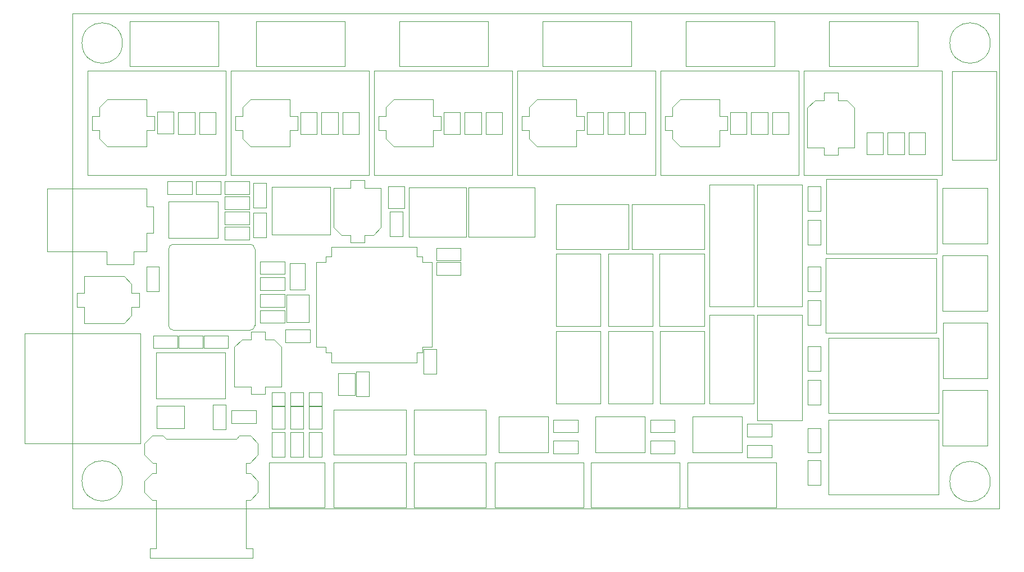
<source format=gbr>
%TF.GenerationSoftware,KiCad,Pcbnew,5.1.7+dfsg1-1~bpo10+1*%
%TF.CreationDate,2020-11-15T21:32:29+00:00*%
%TF.ProjectId,mobo,6d6f626f-2e6b-4696-9361-645f70636258,rev?*%
%TF.SameCoordinates,Original*%
%TF.FileFunction,Other,User*%
%FSLAX45Y45*%
G04 Gerber Fmt 4.5, Leading zero omitted, Abs format (unit mm)*
G04 Created by KiCad (PCBNEW 5.1.7+dfsg1-1~bpo10+1) date 2020-11-15 21:32:29*
%MOMM*%
%LPD*%
G01*
G04 APERTURE LIST*
%TA.AperFunction,Profile*%
%ADD10C,0.050000*%
%TD*%
%ADD11C,0.050000*%
G04 APERTURE END LIST*
D10*
X0Y-7467600D02*
X13970000Y-7467600D01*
X13970000Y-7467600D02*
X13970000Y0D01*
X13970000Y0D02*
X0Y0D01*
X0Y0D02*
X0Y-7467600D01*
D11*
X5415800Y-5029800D02*
X5415800Y-4389800D01*
X5268800Y-5029800D02*
X5415800Y-5029800D01*
X5268800Y-5114800D02*
X5268800Y-5029800D01*
X5183800Y-5114800D02*
X5268800Y-5114800D01*
X5183800Y-5261800D02*
X5183800Y-5114800D01*
X4543800Y-5261800D02*
X5183800Y-5261800D01*
X3671800Y-5029800D02*
X3671800Y-4389800D01*
X3818800Y-5029800D02*
X3671800Y-5029800D01*
X3818800Y-5114800D02*
X3818800Y-5029800D01*
X3903800Y-5114800D02*
X3818800Y-5114800D01*
X3903800Y-5261800D02*
X3903800Y-5114800D01*
X4543800Y-5261800D02*
X3903800Y-5261800D01*
X5415800Y-3749800D02*
X5415800Y-4389800D01*
X5268800Y-3749800D02*
X5415800Y-3749800D01*
X5268800Y-3664800D02*
X5268800Y-3749800D01*
X5183800Y-3664800D02*
X5268800Y-3664800D01*
X5183800Y-3517800D02*
X5183800Y-3664800D01*
X4543800Y-3517800D02*
X5183800Y-3517800D01*
X3671800Y-3749800D02*
X3671800Y-4389800D01*
X3818800Y-3749800D02*
X3671800Y-3749800D01*
X3818800Y-3664800D02*
X3818800Y-3749800D01*
X3903800Y-3664800D02*
X3818800Y-3664800D01*
X3903800Y-3517800D02*
X3903800Y-3664800D01*
X4543800Y-3517800D02*
X3903800Y-3517800D01*
X-384000Y-3586500D02*
X-384000Y-2636500D01*
X516000Y-3586500D02*
X-384000Y-3586500D01*
X516000Y-3786500D02*
X516000Y-3586500D01*
X916000Y-3786500D02*
X516000Y-3786500D01*
X916000Y-3586500D02*
X916000Y-3786500D01*
X1116000Y-3586500D02*
X916000Y-3586500D01*
X1116000Y-3311500D02*
X1116000Y-3586500D01*
X1216000Y-3311500D02*
X1116000Y-3311500D01*
X1216000Y-2911500D02*
X1216000Y-3311500D01*
X1116000Y-2911500D02*
X1216000Y-2911500D01*
X1116000Y-2661500D02*
X1116000Y-2911500D01*
X1116000Y-2636500D02*
X-384000Y-2636500D01*
X1116000Y-2661500D02*
X1116000Y-2636500D01*
X5929100Y-2627200D02*
X5069100Y-2627200D01*
X5929100Y-3367200D02*
X5929100Y-2627200D01*
X5069100Y-3367200D02*
X5929100Y-3367200D01*
X5069100Y-2627200D02*
X5069100Y-3367200D01*
X10319500Y-4422500D02*
X10994500Y-4422500D01*
X10994500Y-4422500D02*
X10994500Y-2582500D01*
X10994500Y-2582500D02*
X10319500Y-2582500D01*
X10319500Y-2582500D02*
X10319500Y-4422500D01*
X9595600Y-4422500D02*
X10270600Y-4422500D01*
X10270600Y-4422500D02*
X10270600Y-2582500D01*
X10270600Y-2582500D02*
X9595600Y-2582500D01*
X9595600Y-2582500D02*
X9595600Y-4422500D01*
X10319500Y-6137000D02*
X10994500Y-6137000D01*
X10994500Y-6137000D02*
X10994500Y-4547000D01*
X10994500Y-4547000D02*
X10319500Y-4547000D01*
X10319500Y-4547000D02*
X10319500Y-6137000D01*
X9595600Y-5883000D02*
X10270600Y-5883000D01*
X10270600Y-5883000D02*
X10270600Y-4543000D01*
X10270600Y-4543000D02*
X9595600Y-4543000D01*
X9595600Y-4543000D02*
X9595600Y-5883000D01*
X2998800Y-5716600D02*
X3198800Y-5716600D01*
X2998800Y-5716600D02*
X2998800Y-5916600D01*
X3198800Y-5916600D02*
X3198800Y-5716600D01*
X3198800Y-5916600D02*
X2998800Y-5916600D01*
X3278200Y-5716600D02*
X3478200Y-5716600D01*
X3278200Y-5716600D02*
X3278200Y-5916600D01*
X3478200Y-5916600D02*
X3478200Y-5716600D01*
X3478200Y-5916600D02*
X3278200Y-5916600D01*
X3557600Y-5716600D02*
X3757600Y-5716600D01*
X3557600Y-5716600D02*
X3557600Y-5916600D01*
X3757600Y-5916600D02*
X3757600Y-5716600D01*
X3757600Y-5916600D02*
X3557600Y-5916600D01*
X4397600Y-3454500D02*
X4397600Y-3339500D01*
X4187600Y-3454500D02*
X4397600Y-3454500D01*
X4187600Y-3339500D02*
X4187600Y-3454500D01*
X4397600Y-3339500D02*
X4532600Y-3339500D01*
X4052600Y-3339500D02*
X4187600Y-3339500D01*
X4052600Y-3339500D02*
X3937600Y-3224500D01*
X4532600Y-3339500D02*
X4647600Y-3224500D01*
X3937600Y-3224500D02*
X3937600Y-2629500D01*
X4647600Y-3224500D02*
X4647600Y-2629500D01*
X4397600Y-2629500D02*
X4647600Y-2629500D01*
X4397600Y-2514500D02*
X4397600Y-2629500D01*
X4187600Y-2514500D02*
X4397600Y-2514500D01*
X4187600Y-2629500D02*
X4187600Y-2514500D01*
X3937600Y-2629500D02*
X4187600Y-2629500D01*
X2689000Y-4800500D02*
X2689000Y-4915500D01*
X2899000Y-4800500D02*
X2689000Y-4800500D01*
X2899000Y-4915500D02*
X2899000Y-4800500D01*
X2689000Y-4915500D02*
X2554000Y-4915500D01*
X3034000Y-4915500D02*
X2899000Y-4915500D01*
X3034000Y-4915500D02*
X3149000Y-5030500D01*
X2554000Y-4915500D02*
X2439000Y-5030500D01*
X3149000Y-5030500D02*
X3149000Y-5625500D01*
X2439000Y-5030500D02*
X2439000Y-5625500D01*
X2689000Y-5625500D02*
X2439000Y-5625500D01*
X2689000Y-5740500D02*
X2689000Y-5625500D01*
X2899000Y-5740500D02*
X2689000Y-5740500D01*
X2899000Y-5625500D02*
X2899000Y-5740500D01*
X3149000Y-5625500D02*
X2899000Y-5625500D01*
X1003400Y-4213000D02*
X888400Y-4213000D01*
X1003400Y-4423000D02*
X1003400Y-4213000D01*
X888400Y-4423000D02*
X1003400Y-4423000D01*
X888400Y-4213000D02*
X888400Y-4078000D01*
X888400Y-4558000D02*
X888400Y-4423000D01*
X888400Y-4558000D02*
X773400Y-4673000D01*
X888400Y-4078000D02*
X773400Y-3963000D01*
X773400Y-4673000D02*
X178400Y-4673000D01*
X773400Y-3963000D02*
X178400Y-3963000D01*
X178400Y-4213000D02*
X178400Y-3963000D01*
X63400Y-4213000D02*
X178400Y-4213000D01*
X63400Y-4423000D02*
X63400Y-4213000D01*
X178400Y-4423000D02*
X63400Y-4423000D01*
X178400Y-4673000D02*
X178400Y-4423000D01*
X6769000Y-1756000D02*
X6884000Y-1756000D01*
X6769000Y-1546000D02*
X6769000Y-1756000D01*
X6884000Y-1546000D02*
X6769000Y-1546000D01*
X6884000Y-1756000D02*
X6884000Y-1891000D01*
X6884000Y-1411000D02*
X6884000Y-1546000D01*
X6884000Y-1411000D02*
X6999000Y-1296000D01*
X6884000Y-1891000D02*
X6999000Y-2006000D01*
X6999000Y-1296000D02*
X7594000Y-1296000D01*
X6999000Y-2006000D02*
X7594000Y-2006000D01*
X7594000Y-1756000D02*
X7594000Y-2006000D01*
X7709000Y-1756000D02*
X7594000Y-1756000D01*
X7709000Y-1546000D02*
X7709000Y-1756000D01*
X7594000Y-1546000D02*
X7709000Y-1546000D01*
X7594000Y-1296000D02*
X7594000Y-1546000D01*
X292000Y-1756000D02*
X407000Y-1756000D01*
X292000Y-1546000D02*
X292000Y-1756000D01*
X407000Y-1546000D02*
X292000Y-1546000D01*
X407000Y-1756000D02*
X407000Y-1891000D01*
X407000Y-1411000D02*
X407000Y-1546000D01*
X407000Y-1411000D02*
X522000Y-1296000D01*
X407000Y-1891000D02*
X522000Y-2006000D01*
X522000Y-1296000D02*
X1117000Y-1296000D01*
X522000Y-2006000D02*
X1117000Y-2006000D01*
X1117000Y-1756000D02*
X1117000Y-2006000D01*
X1232000Y-1756000D02*
X1117000Y-1756000D01*
X1232000Y-1546000D02*
X1232000Y-1756000D01*
X1117000Y-1546000D02*
X1232000Y-1546000D01*
X1117000Y-1296000D02*
X1117000Y-1546000D01*
X4610000Y-1756000D02*
X4725000Y-1756000D01*
X4610000Y-1546000D02*
X4610000Y-1756000D01*
X4725000Y-1546000D02*
X4610000Y-1546000D01*
X4725000Y-1756000D02*
X4725000Y-1891000D01*
X4725000Y-1411000D02*
X4725000Y-1546000D01*
X4725000Y-1411000D02*
X4840000Y-1296000D01*
X4725000Y-1891000D02*
X4840000Y-2006000D01*
X4840000Y-1296000D02*
X5435000Y-1296000D01*
X4840000Y-2006000D02*
X5435000Y-2006000D01*
X5435000Y-1756000D02*
X5435000Y-2006000D01*
X5550000Y-1756000D02*
X5435000Y-1756000D01*
X5550000Y-1546000D02*
X5550000Y-1756000D01*
X5435000Y-1546000D02*
X5550000Y-1546000D01*
X5435000Y-1296000D02*
X5435000Y-1546000D01*
X8928000Y-1756000D02*
X9043000Y-1756000D01*
X8928000Y-1546000D02*
X8928000Y-1756000D01*
X9043000Y-1546000D02*
X8928000Y-1546000D01*
X9043000Y-1756000D02*
X9043000Y-1891000D01*
X9043000Y-1411000D02*
X9043000Y-1546000D01*
X9043000Y-1411000D02*
X9158000Y-1296000D01*
X9043000Y-1891000D02*
X9158000Y-2006000D01*
X9158000Y-1296000D02*
X9753000Y-1296000D01*
X9158000Y-2006000D02*
X9753000Y-2006000D01*
X9753000Y-1756000D02*
X9753000Y-2006000D01*
X9868000Y-1756000D02*
X9753000Y-1756000D01*
X9868000Y-1546000D02*
X9868000Y-1756000D01*
X9753000Y-1546000D02*
X9868000Y-1546000D01*
X9753000Y-1296000D02*
X9753000Y-1546000D01*
X2451000Y-1756000D02*
X2566000Y-1756000D01*
X2451000Y-1546000D02*
X2451000Y-1756000D01*
X2566000Y-1546000D02*
X2451000Y-1546000D01*
X2566000Y-1756000D02*
X2566000Y-1891000D01*
X2566000Y-1411000D02*
X2566000Y-1546000D01*
X2566000Y-1411000D02*
X2681000Y-1296000D01*
X2566000Y-1891000D02*
X2681000Y-2006000D01*
X2681000Y-1296000D02*
X3276000Y-1296000D01*
X2681000Y-2006000D02*
X3276000Y-2006000D01*
X3276000Y-1756000D02*
X3276000Y-2006000D01*
X3391000Y-1756000D02*
X3276000Y-1756000D01*
X3391000Y-1546000D02*
X3391000Y-1756000D01*
X3276000Y-1546000D02*
X3391000Y-1546000D01*
X3276000Y-1296000D02*
X3276000Y-1546000D01*
X11325000Y-1193700D02*
X11325000Y-1308700D01*
X11535000Y-1193700D02*
X11325000Y-1193700D01*
X11535000Y-1308700D02*
X11535000Y-1193700D01*
X11325000Y-1308700D02*
X11190000Y-1308700D01*
X11670000Y-1308700D02*
X11535000Y-1308700D01*
X11670000Y-1308700D02*
X11785000Y-1423700D01*
X11190000Y-1308700D02*
X11075000Y-1423700D01*
X11785000Y-1423700D02*
X11785000Y-2018700D01*
X11075000Y-1423700D02*
X11075000Y-2018700D01*
X11325000Y-2018700D02*
X11075000Y-2018700D01*
X11325000Y-2133700D02*
X11325000Y-2018700D01*
X11535000Y-2133700D02*
X11325000Y-2133700D01*
X11535000Y-2018700D02*
X11535000Y-2133700D01*
X11785000Y-2018700D02*
X11535000Y-2018700D01*
X1111500Y-4185500D02*
X1111500Y-3815500D01*
X1301500Y-4185500D02*
X1111500Y-4185500D01*
X1301500Y-3815500D02*
X1301500Y-4185500D01*
X1111500Y-3815500D02*
X1301500Y-3815500D01*
X2229700Y-2723900D02*
X1859700Y-2723900D01*
X2229700Y-2533900D02*
X2229700Y-2723900D01*
X1859700Y-2533900D02*
X2229700Y-2533900D01*
X1859700Y-2723900D02*
X1859700Y-2533900D01*
X2661500Y-2991100D02*
X2661500Y-3181100D01*
X2661500Y-3181100D02*
X2291500Y-3181100D01*
X2291500Y-3181100D02*
X2291500Y-2991100D01*
X2291500Y-2991100D02*
X2661500Y-2991100D01*
X2661500Y-2762500D02*
X2661500Y-2952500D01*
X2661500Y-2952500D02*
X2291500Y-2952500D01*
X2291500Y-2952500D02*
X2291500Y-2762500D01*
X2291500Y-2762500D02*
X2661500Y-2762500D01*
X1797900Y-2723900D02*
X1427900Y-2723900D01*
X1797900Y-2533900D02*
X1797900Y-2723900D01*
X1427900Y-2533900D02*
X1797900Y-2533900D01*
X1427900Y-2723900D02*
X1427900Y-2533900D01*
X2824000Y-4235700D02*
X3194000Y-4235700D01*
X2824000Y-4425700D02*
X2824000Y-4235700D01*
X3194000Y-4425700D02*
X2824000Y-4425700D01*
X3194000Y-4235700D02*
X3194000Y-4425700D01*
X3194000Y-4477000D02*
X3194000Y-4667000D01*
X3194000Y-4667000D02*
X2824000Y-4667000D01*
X2824000Y-4667000D02*
X2824000Y-4477000D01*
X2824000Y-4477000D02*
X3194000Y-4477000D01*
X3205900Y-4769100D02*
X3575900Y-4769100D01*
X3205900Y-4959100D02*
X3205900Y-4769100D01*
X3575900Y-4959100D02*
X3205900Y-4959100D01*
X3575900Y-4769100D02*
X3575900Y-4959100D01*
X5479800Y-5430100D02*
X5289800Y-5430100D01*
X5289800Y-5430100D02*
X5289800Y-5060100D01*
X5289800Y-5060100D02*
X5479800Y-5060100D01*
X5479800Y-5060100D02*
X5479800Y-5430100D01*
X1963000Y-4858000D02*
X1963000Y-5048000D01*
X1963000Y-5048000D02*
X1593000Y-5048000D01*
X1593000Y-5048000D02*
X1593000Y-4858000D01*
X1593000Y-4858000D02*
X1963000Y-4858000D01*
X2344000Y-5048000D02*
X1974000Y-5048000D01*
X2344000Y-4858000D02*
X2344000Y-5048000D01*
X1974000Y-4858000D02*
X2344000Y-4858000D01*
X1974000Y-5048000D02*
X1974000Y-4858000D01*
X1212000Y-4858000D02*
X1582000Y-4858000D01*
X1212000Y-5048000D02*
X1212000Y-4858000D01*
X1582000Y-5048000D02*
X1212000Y-5048000D01*
X1582000Y-4858000D02*
X1582000Y-5048000D01*
X5849200Y-3943100D02*
X5479200Y-3943100D01*
X5849200Y-3753100D02*
X5849200Y-3943100D01*
X5479200Y-3753100D02*
X5849200Y-3753100D01*
X5479200Y-3943100D02*
X5479200Y-3753100D01*
X5479200Y-3727200D02*
X5479200Y-3537200D01*
X5479200Y-3537200D02*
X5849200Y-3537200D01*
X5849200Y-3537200D02*
X5849200Y-3727200D01*
X5849200Y-3727200D02*
X5479200Y-3727200D01*
X2824900Y-3981700D02*
X3194900Y-3981700D01*
X2824900Y-4171700D02*
X2824900Y-3981700D01*
X3194900Y-4171700D02*
X2824900Y-4171700D01*
X3194900Y-3981700D02*
X3194900Y-4171700D01*
X3194900Y-3740400D02*
X3194900Y-3930400D01*
X3194900Y-3930400D02*
X2824900Y-3930400D01*
X2824900Y-3930400D02*
X2824900Y-3740400D01*
X2824900Y-3740400D02*
X3194900Y-3740400D01*
X7244500Y-6318000D02*
X7244500Y-6128000D01*
X7244500Y-6128000D02*
X7614500Y-6128000D01*
X7614500Y-6128000D02*
X7614500Y-6318000D01*
X7614500Y-6318000D02*
X7244500Y-6318000D01*
X9075000Y-6318000D02*
X8705000Y-6318000D01*
X9075000Y-6128000D02*
X9075000Y-6318000D01*
X8705000Y-6128000D02*
X9075000Y-6128000D01*
X8705000Y-6318000D02*
X8705000Y-6128000D01*
X10165500Y-6381500D02*
X10165500Y-6191500D01*
X10165500Y-6191500D02*
X10535500Y-6191500D01*
X10535500Y-6191500D02*
X10535500Y-6381500D01*
X10535500Y-6381500D02*
X10165500Y-6381500D01*
X2914400Y-2928200D02*
X2724400Y-2928200D01*
X2724400Y-2928200D02*
X2724400Y-2558200D01*
X2724400Y-2558200D02*
X2914400Y-2558200D01*
X2914400Y-2558200D02*
X2914400Y-2928200D01*
X2393100Y-5988300D02*
X2763100Y-5988300D01*
X2393100Y-6178300D02*
X2393100Y-5988300D01*
X2763100Y-6178300D02*
X2393100Y-6178300D01*
X2763100Y-5988300D02*
X2763100Y-6178300D01*
X3473200Y-5928000D02*
X3473200Y-6264000D01*
X3283200Y-5928000D02*
X3473200Y-5928000D01*
X3283200Y-6264000D02*
X3283200Y-5928000D01*
X3473200Y-6264000D02*
X3283200Y-6264000D01*
X749500Y-444500D02*
G75*
G03*
X749500Y-444500I-305000J0D01*
G01*
X749500Y-7048500D02*
G75*
G03*
X749500Y-7048500I-305000J0D01*
G01*
X13830500Y-7058300D02*
G75*
G03*
X13830500Y-7058300I-305000J0D01*
G01*
X13830500Y-444500D02*
G75*
G03*
X13830500Y-444500I-305000J0D01*
G01*
X-725500Y-6480500D02*
X1024500Y-6480500D01*
X-725500Y-4826500D02*
X-725500Y-6480500D01*
X1024500Y-4826500D02*
X-725500Y-4826500D01*
X1024500Y-6480500D02*
X1024500Y-4826500D01*
X1205500Y-6778000D02*
X1261500Y-6778000D01*
X1080500Y-6653000D02*
X1205500Y-6778000D01*
X1080500Y-6485000D02*
X1080500Y-6653000D01*
X1196500Y-6369000D02*
X1080500Y-6485000D01*
X1361500Y-6369000D02*
X1196500Y-6369000D01*
X1361500Y-6369000D02*
X1407500Y-6415000D01*
X2678500Y-6369000D02*
X2794500Y-6485000D01*
X2794500Y-6653000D02*
X2669500Y-6778000D01*
X1261500Y-7337000D02*
X1196500Y-7337000D01*
X1080500Y-7221000D02*
X1196500Y-7337000D01*
X1080500Y-7053000D02*
X1080500Y-7221000D01*
X1196500Y-6937000D02*
X1080500Y-7053000D01*
X1196500Y-6937000D02*
X1261500Y-6937000D01*
X2678500Y-6937000D02*
X2794500Y-7053000D01*
X2613500Y-7337000D02*
X2678500Y-7337000D01*
X2794500Y-6485000D02*
X2794500Y-6653000D01*
X2613500Y-6778000D02*
X2669500Y-6778000D01*
X2613500Y-6937000D02*
X2678500Y-6937000D01*
X2794500Y-7053000D02*
X2794500Y-7221000D01*
X1162500Y-8065000D02*
X1162500Y-8215000D01*
X1261500Y-8065000D02*
X1162500Y-8065000D01*
X1261500Y-7337000D02*
X1261500Y-8065000D01*
X1261500Y-6778000D02*
X1261500Y-6937000D01*
X2613500Y-6778000D02*
X2613500Y-6937000D01*
X2467500Y-6415000D02*
X1407500Y-6415000D01*
X2613500Y-7337000D02*
X2613500Y-8065000D01*
X1162500Y-8215000D02*
X2712500Y-8215000D01*
X2613500Y-8065000D02*
X2712500Y-8065000D01*
X2712500Y-8065000D02*
X2712500Y-8215000D01*
X2678500Y-6369000D02*
X2513500Y-6369000D01*
X2513500Y-6369000D02*
X2467500Y-6415000D01*
X2794500Y-7221000D02*
X2678500Y-7337000D01*
X7999000Y-1486000D02*
X7999000Y-1816000D01*
X7999000Y-1486000D02*
X7749000Y-1486000D01*
X7749000Y-1816000D02*
X7999000Y-1816000D01*
X7749000Y-1816000D02*
X7749000Y-1486000D01*
X8066500Y-1816000D02*
X8066500Y-1486000D01*
X8066500Y-1816000D02*
X8316500Y-1816000D01*
X8316500Y-1486000D02*
X8066500Y-1486000D01*
X8316500Y-1486000D02*
X8316500Y-1816000D01*
X8634000Y-1486000D02*
X8634000Y-1816000D01*
X8634000Y-1486000D02*
X8384000Y-1486000D01*
X8384000Y-1816000D02*
X8634000Y-1816000D01*
X8384000Y-1816000D02*
X8384000Y-1486000D01*
X12215400Y-1790800D02*
X12215400Y-2120800D01*
X12215400Y-1790800D02*
X11965400Y-1790800D01*
X11965400Y-2120800D02*
X12215400Y-2120800D01*
X11965400Y-2120800D02*
X11965400Y-1790800D01*
X12532900Y-1790800D02*
X12532900Y-2120800D01*
X12532900Y-1790800D02*
X12282900Y-1790800D01*
X12282900Y-2120800D02*
X12532900Y-2120800D01*
X12282900Y-2120800D02*
X12282900Y-1790800D01*
X12600400Y-2120800D02*
X12600400Y-1790800D01*
X12600400Y-2120800D02*
X12850400Y-2120800D01*
X12850400Y-1790800D02*
X12600400Y-1790800D01*
X12850400Y-1790800D02*
X12850400Y-2120800D01*
X1272000Y-1814500D02*
X1272000Y-1484500D01*
X1272000Y-1814500D02*
X1522000Y-1814500D01*
X1522000Y-1484500D02*
X1272000Y-1484500D01*
X1522000Y-1484500D02*
X1522000Y-1814500D01*
X1839500Y-1486000D02*
X1839500Y-1816000D01*
X1839500Y-1486000D02*
X1589500Y-1486000D01*
X1589500Y-1816000D02*
X1839500Y-1816000D01*
X1589500Y-1816000D02*
X1589500Y-1486000D01*
X1907000Y-1816000D02*
X1907000Y-1486000D01*
X1907000Y-1816000D02*
X2157000Y-1816000D01*
X2157000Y-1486000D02*
X1907000Y-1486000D01*
X2157000Y-1486000D02*
X2157000Y-1816000D01*
X3431000Y-1816000D02*
X3431000Y-1486000D01*
X3431000Y-1816000D02*
X3681000Y-1816000D01*
X3681000Y-1486000D02*
X3431000Y-1486000D01*
X3681000Y-1486000D02*
X3681000Y-1816000D01*
X3998500Y-1487500D02*
X3998500Y-1817500D01*
X3998500Y-1487500D02*
X3748500Y-1487500D01*
X3748500Y-1817500D02*
X3998500Y-1817500D01*
X3748500Y-1817500D02*
X3748500Y-1487500D01*
X4066000Y-1816000D02*
X4066000Y-1486000D01*
X4066000Y-1816000D02*
X4316000Y-1816000D01*
X4316000Y-1486000D02*
X4066000Y-1486000D01*
X4316000Y-1486000D02*
X4316000Y-1816000D01*
X5840000Y-1486000D02*
X5840000Y-1816000D01*
X5840000Y-1486000D02*
X5590000Y-1486000D01*
X5590000Y-1816000D02*
X5840000Y-1816000D01*
X5590000Y-1816000D02*
X5590000Y-1486000D01*
X5907500Y-1816000D02*
X5907500Y-1486000D01*
X5907500Y-1816000D02*
X6157500Y-1816000D01*
X6157500Y-1486000D02*
X5907500Y-1486000D01*
X6157500Y-1486000D02*
X6157500Y-1816000D01*
X6225000Y-1816000D02*
X6225000Y-1486000D01*
X6225000Y-1816000D02*
X6475000Y-1816000D01*
X6475000Y-1486000D02*
X6225000Y-1486000D01*
X6475000Y-1486000D02*
X6475000Y-1816000D01*
X10158000Y-1486000D02*
X10158000Y-1816000D01*
X10158000Y-1486000D02*
X9908000Y-1486000D01*
X9908000Y-1816000D02*
X10158000Y-1816000D01*
X9908000Y-1816000D02*
X9908000Y-1486000D01*
X10475500Y-1486000D02*
X10475500Y-1816000D01*
X10475500Y-1486000D02*
X10225500Y-1486000D01*
X10225500Y-1816000D02*
X10475500Y-1816000D01*
X10225500Y-1816000D02*
X10225500Y-1486000D01*
X10543000Y-1816000D02*
X10543000Y-1486000D01*
X10543000Y-1816000D02*
X10793000Y-1816000D01*
X10793000Y-1486000D02*
X10543000Y-1486000D01*
X10793000Y-1486000D02*
X10793000Y-1816000D01*
X2745500Y-3552500D02*
X2745500Y-4702500D01*
X2670500Y-4777500D02*
X1520500Y-4777500D01*
X1445500Y-4702500D02*
X1445500Y-3552500D01*
X1520500Y-3477500D02*
X2670500Y-3477500D01*
X2670500Y-3477500D02*
G75*
G02*
X2745500Y-3552500I0J-75000D01*
G01*
X2745500Y-4702500D02*
G75*
G02*
X2670500Y-4777500I-75000J0D01*
G01*
X1520500Y-4777500D02*
G75*
G02*
X1445500Y-4702500I0J75000D01*
G01*
X1445500Y-3552500D02*
G75*
G02*
X1520500Y-3477500I75000J0D01*
G01*
X11360000Y-2495700D02*
X11360000Y-3625700D01*
X11360000Y-3625700D02*
X13024000Y-3625700D01*
X13024000Y-3625700D02*
X13024000Y-2495700D01*
X13024000Y-2495700D02*
X11360000Y-2495700D01*
X13015500Y-3687600D02*
X11351500Y-3687600D01*
X13015500Y-4817600D02*
X13015500Y-3687600D01*
X11351500Y-4817600D02*
X13015500Y-4817600D01*
X11351500Y-3687600D02*
X11351500Y-4817600D01*
X13056000Y-4894100D02*
X11392000Y-4894100D01*
X13056000Y-6024100D02*
X13056000Y-4894100D01*
X11392000Y-6024100D02*
X13056000Y-6024100D01*
X11392000Y-4894100D02*
X11392000Y-6024100D01*
X11390800Y-6127900D02*
X11390800Y-7257900D01*
X11390800Y-7257900D02*
X13054800Y-7257900D01*
X13054800Y-7257900D02*
X13054800Y-6127900D01*
X13054800Y-6127900D02*
X11390800Y-6127900D01*
X11081000Y-2979000D02*
X11081000Y-2609000D01*
X11271000Y-2979000D02*
X11081000Y-2979000D01*
X11271000Y-2609000D02*
X11271000Y-2979000D01*
X11081000Y-2609000D02*
X11271000Y-2609000D01*
X11081000Y-3815500D02*
X11271000Y-3815500D01*
X11271000Y-3815500D02*
X11271000Y-4185500D01*
X11271000Y-4185500D02*
X11081000Y-4185500D01*
X11081000Y-4185500D02*
X11081000Y-3815500D01*
X11081000Y-5392000D02*
X11081000Y-5022000D01*
X11271000Y-5392000D02*
X11081000Y-5392000D01*
X11271000Y-5022000D02*
X11271000Y-5392000D01*
X11081000Y-5022000D02*
X11271000Y-5022000D01*
X11081000Y-6623000D02*
X11081000Y-6253000D01*
X11271000Y-6623000D02*
X11081000Y-6623000D01*
X11271000Y-6253000D02*
X11271000Y-6623000D01*
X11081000Y-6253000D02*
X11271000Y-6253000D01*
X11271000Y-3487000D02*
X11081000Y-3487000D01*
X11081000Y-3487000D02*
X11081000Y-3117000D01*
X11081000Y-3117000D02*
X11271000Y-3117000D01*
X11271000Y-3117000D02*
X11271000Y-3487000D01*
X11271000Y-4323500D02*
X11271000Y-4693500D01*
X11081000Y-4323500D02*
X11271000Y-4323500D01*
X11081000Y-4693500D02*
X11081000Y-4323500D01*
X11271000Y-4693500D02*
X11081000Y-4693500D01*
X11271000Y-5530000D02*
X11271000Y-5900000D01*
X11081000Y-5530000D02*
X11271000Y-5530000D01*
X11081000Y-5900000D02*
X11081000Y-5530000D01*
X11271000Y-5900000D02*
X11081000Y-5900000D01*
X11271000Y-7106500D02*
X11081000Y-7106500D01*
X11081000Y-7106500D02*
X11081000Y-6736500D01*
X11081000Y-6736500D02*
X11271000Y-6736500D01*
X11271000Y-6736500D02*
X11271000Y-7106500D01*
X7244500Y-6635500D02*
X7244500Y-6445500D01*
X7244500Y-6445500D02*
X7614500Y-6445500D01*
X7614500Y-6445500D02*
X7614500Y-6635500D01*
X7614500Y-6635500D02*
X7244500Y-6635500D01*
X9075000Y-6635500D02*
X8705000Y-6635500D01*
X9075000Y-6445500D02*
X9075000Y-6635500D01*
X8705000Y-6445500D02*
X9075000Y-6445500D01*
X8705000Y-6635500D02*
X8705000Y-6445500D01*
X10535500Y-6699000D02*
X10165500Y-6699000D01*
X10535500Y-6509000D02*
X10535500Y-6699000D01*
X10165500Y-6509000D02*
X10535500Y-6509000D01*
X10165500Y-6699000D02*
X10165500Y-6509000D01*
X2662400Y-2533900D02*
X2662400Y-2723900D01*
X2662400Y-2723900D02*
X2292400Y-2723900D01*
X2292400Y-2723900D02*
X2292400Y-2533900D01*
X2292400Y-2533900D02*
X2662400Y-2533900D01*
X2724400Y-3002700D02*
X2914400Y-3002700D01*
X2914400Y-3002700D02*
X2914400Y-3372700D01*
X2914400Y-3372700D02*
X2724400Y-3372700D01*
X2724400Y-3372700D02*
X2724400Y-3002700D01*
X2291500Y-3409700D02*
X2291500Y-3219700D01*
X2291500Y-3219700D02*
X2661500Y-3219700D01*
X2661500Y-3219700D02*
X2661500Y-3409700D01*
X2661500Y-3409700D02*
X2291500Y-3409700D01*
X2114800Y-5898300D02*
X2304800Y-5898300D01*
X2304800Y-5898300D02*
X2304800Y-6268300D01*
X2304800Y-6268300D02*
X2114800Y-6268300D01*
X2114800Y-6268300D02*
X2114800Y-5898300D01*
X3283200Y-6687400D02*
X3283200Y-6317400D01*
X3473200Y-6687400D02*
X3283200Y-6687400D01*
X3473200Y-6317400D02*
X3473200Y-6687400D01*
X3283200Y-6317400D02*
X3473200Y-6317400D01*
X6964300Y-3367200D02*
X6964300Y-2627200D01*
X5964300Y-3367200D02*
X6964300Y-3367200D01*
X5964300Y-2627200D02*
X5964300Y-3367200D01*
X6964300Y-2627200D02*
X5964300Y-2627200D01*
X6421500Y-6620000D02*
X7167500Y-6620000D01*
X6421500Y-6080000D02*
X7167500Y-6080000D01*
X7167500Y-6080000D02*
X7167500Y-6620000D01*
X6421500Y-6080000D02*
X6421500Y-6620000D01*
X7882000Y-6080000D02*
X7882000Y-6620000D01*
X8628000Y-6080000D02*
X8628000Y-6620000D01*
X7882000Y-6080000D02*
X8628000Y-6080000D01*
X7882000Y-6620000D02*
X8628000Y-6620000D01*
X9342500Y-6620000D02*
X10088500Y-6620000D01*
X9342500Y-6080000D02*
X10088500Y-6080000D01*
X10088500Y-6080000D02*
X10088500Y-6620000D01*
X9342500Y-6080000D02*
X9342500Y-6620000D01*
X3001700Y-2611800D02*
X3001700Y-3331800D01*
X3001700Y-3331800D02*
X3881700Y-3331800D01*
X3881700Y-3331800D02*
X3881700Y-2611800D01*
X3881700Y-2611800D02*
X3001700Y-2611800D01*
X1441100Y-3386500D02*
X2191100Y-3386500D01*
X1441100Y-2836500D02*
X2191100Y-2836500D01*
X2191100Y-2836500D02*
X2191100Y-3386500D01*
X1441100Y-2836500D02*
X1441100Y-3386500D01*
X2298000Y-5806000D02*
X2298000Y-5116000D01*
X1258000Y-5806000D02*
X1258000Y-5116000D01*
X1258000Y-5116000D02*
X2298000Y-5116000D01*
X1258000Y-5806000D02*
X2298000Y-5806000D01*
X6359800Y-6776200D02*
X6359800Y-7451200D01*
X6359800Y-7451200D02*
X7699800Y-7451200D01*
X7699800Y-7451200D02*
X7699800Y-6776200D01*
X7699800Y-6776200D02*
X6359800Y-6776200D01*
X9147600Y-6776200D02*
X7807600Y-6776200D01*
X9147600Y-7451200D02*
X9147600Y-6776200D01*
X7807600Y-7451200D02*
X9147600Y-7451200D01*
X7807600Y-6776200D02*
X7807600Y-7451200D01*
X9268100Y-6776200D02*
X9268100Y-7451200D01*
X9268100Y-7451200D02*
X10608100Y-7451200D01*
X10608100Y-7451200D02*
X10608100Y-6776200D01*
X10608100Y-6776200D02*
X9268100Y-6776200D01*
X7083000Y-793000D02*
X8423000Y-793000D01*
X7083000Y-118000D02*
X7083000Y-793000D01*
X8423000Y-118000D02*
X7083000Y-118000D01*
X8423000Y-793000D02*
X8423000Y-118000D01*
X12741000Y-793000D02*
X12741000Y-118000D01*
X12741000Y-118000D02*
X11401000Y-118000D01*
X11401000Y-118000D02*
X11401000Y-793000D01*
X11401000Y-793000D02*
X12741000Y-793000D01*
X2200000Y-793000D02*
X2200000Y-118000D01*
X2200000Y-118000D02*
X860000Y-118000D01*
X860000Y-118000D02*
X860000Y-793000D01*
X860000Y-793000D02*
X2200000Y-793000D01*
X4105000Y-793000D02*
X4105000Y-118000D01*
X4105000Y-118000D02*
X2765000Y-118000D01*
X2765000Y-118000D02*
X2765000Y-793000D01*
X2765000Y-793000D02*
X4105000Y-793000D01*
X3934100Y-6776200D02*
X3934100Y-7451200D01*
X3934100Y-7451200D02*
X5024100Y-7451200D01*
X5024100Y-7451200D02*
X5024100Y-6776200D01*
X5024100Y-6776200D02*
X3934100Y-6776200D01*
X3934100Y-5976100D02*
X3934100Y-6651100D01*
X3934100Y-6651100D02*
X5024100Y-6651100D01*
X5024100Y-6651100D02*
X5024100Y-5976100D01*
X5024100Y-5976100D02*
X3934100Y-5976100D01*
X13113500Y-2630000D02*
X13113500Y-3470000D01*
X13788500Y-2630000D02*
X13113500Y-2630000D01*
X13788500Y-3470000D02*
X13788500Y-2630000D01*
X13113500Y-3470000D02*
X13788500Y-3470000D01*
X13113500Y-4486000D02*
X13788500Y-4486000D01*
X13788500Y-4486000D02*
X13788500Y-3646000D01*
X13788500Y-3646000D02*
X13113500Y-3646000D01*
X13113500Y-3646000D02*
X13113500Y-4486000D01*
X13117500Y-4662000D02*
X13117500Y-5502000D01*
X13792500Y-4662000D02*
X13117500Y-4662000D01*
X13792500Y-5502000D02*
X13792500Y-4662000D01*
X13117500Y-5502000D02*
X13792500Y-5502000D01*
X13113500Y-6518000D02*
X13788500Y-6518000D01*
X13788500Y-6518000D02*
X13788500Y-5678000D01*
X13788500Y-5678000D02*
X13113500Y-5678000D01*
X13113500Y-5678000D02*
X13113500Y-6518000D01*
X5140600Y-6776200D02*
X5140600Y-7451200D01*
X5140600Y-7451200D02*
X6230600Y-7451200D01*
X6230600Y-7451200D02*
X6230600Y-6776200D01*
X6230600Y-6776200D02*
X5140600Y-6776200D01*
X6230600Y-5976100D02*
X5140600Y-5976100D01*
X6230600Y-6651100D02*
X6230600Y-5976100D01*
X5140600Y-6651100D02*
X6230600Y-6651100D01*
X5140600Y-5976100D02*
X5140600Y-6651100D01*
X8071600Y-4714600D02*
X8746600Y-4714600D01*
X8746600Y-4714600D02*
X8746600Y-3624600D01*
X8746600Y-3624600D02*
X8071600Y-3624600D01*
X8071600Y-3624600D02*
X8071600Y-4714600D01*
X8846300Y-3624600D02*
X8846300Y-4714600D01*
X9521300Y-3624600D02*
X8846300Y-3624600D01*
X9521300Y-4714600D02*
X9521300Y-3624600D01*
X8846300Y-4714600D02*
X9521300Y-4714600D01*
X8071600Y-4793000D02*
X8071600Y-5883000D01*
X8746600Y-4793000D02*
X8071600Y-4793000D01*
X8746600Y-5883000D02*
X8746600Y-4793000D01*
X8071600Y-5883000D02*
X8746600Y-5883000D01*
X4924000Y-793000D02*
X6264000Y-793000D01*
X4924000Y-118000D02*
X4924000Y-793000D01*
X6264000Y-118000D02*
X4924000Y-118000D01*
X6264000Y-793000D02*
X6264000Y-118000D01*
X9242000Y-793000D02*
X10582000Y-793000D01*
X9242000Y-118000D02*
X9242000Y-793000D01*
X10582000Y-118000D02*
X9242000Y-118000D01*
X10582000Y-793000D02*
X10582000Y-118000D01*
X13253200Y-2212700D02*
X13928200Y-2212700D01*
X13928200Y-2212700D02*
X13928200Y-872700D01*
X13928200Y-872700D02*
X13253200Y-872700D01*
X13253200Y-872700D02*
X13253200Y-2212700D01*
X7284200Y-4793000D02*
X7284200Y-5883000D01*
X7959200Y-4793000D02*
X7284200Y-4793000D01*
X7959200Y-5883000D02*
X7959200Y-4793000D01*
X7284200Y-5883000D02*
X7959200Y-5883000D01*
X8850300Y-5883000D02*
X9525300Y-5883000D01*
X9525300Y-5883000D02*
X9525300Y-4793000D01*
X9525300Y-4793000D02*
X8850300Y-4793000D01*
X8850300Y-4793000D02*
X8850300Y-5883000D01*
X7284200Y-3624600D02*
X7284200Y-4714600D01*
X7959200Y-3624600D02*
X7284200Y-3624600D01*
X7959200Y-4714600D02*
X7959200Y-3624600D01*
X7284200Y-4714600D02*
X7959200Y-4714600D01*
X8376900Y-2877300D02*
X7286900Y-2877300D01*
X8376900Y-3552300D02*
X8376900Y-2877300D01*
X7286900Y-3552300D02*
X8376900Y-3552300D01*
X7286900Y-2877300D02*
X7286900Y-3552300D01*
X8429900Y-2877300D02*
X8429900Y-3552300D01*
X8429900Y-3552300D02*
X9519900Y-3552300D01*
X9519900Y-3552300D02*
X9519900Y-2877300D01*
X9519900Y-2877300D02*
X8429900Y-2877300D01*
X4751800Y-2933600D02*
X4751800Y-2603600D01*
X4751800Y-2933600D02*
X5001800Y-2933600D01*
X5001800Y-2603600D02*
X4751800Y-2603600D01*
X5001800Y-2603600D02*
X5001800Y-2933600D01*
X4002500Y-5753000D02*
X4002500Y-5423000D01*
X4002500Y-5753000D02*
X4252500Y-5753000D01*
X4252500Y-5423000D02*
X4002500Y-5423000D01*
X4252500Y-5423000D02*
X4252500Y-5753000D01*
X4273800Y-5403000D02*
X4463800Y-5403000D01*
X4463800Y-5403000D02*
X4463800Y-5773000D01*
X4463800Y-5773000D02*
X4273800Y-5773000D01*
X4273800Y-5773000D02*
X4273800Y-5403000D01*
X4781800Y-3360000D02*
X4781800Y-2990000D01*
X4971800Y-3360000D02*
X4781800Y-3360000D01*
X4971800Y-2990000D02*
X4971800Y-3360000D01*
X4781800Y-2990000D02*
X4971800Y-2990000D01*
X3505900Y-4162400D02*
X3275900Y-4162400D01*
X3505900Y-3762400D02*
X3275900Y-3762400D01*
X3275900Y-3762400D02*
X3275900Y-4162400D01*
X3505900Y-3762400D02*
X3505900Y-4162400D01*
X3560900Y-4239300D02*
X3220900Y-4239300D01*
X3220900Y-4239300D02*
X3220900Y-4659300D01*
X3220900Y-4659300D02*
X3560900Y-4659300D01*
X3560900Y-4659300D02*
X3560900Y-4239300D01*
X1683200Y-5913300D02*
X1263200Y-5913300D01*
X1683200Y-6253300D02*
X1683200Y-5913300D01*
X1263200Y-6253300D02*
X1683200Y-6253300D01*
X1263200Y-5913300D02*
X1263200Y-6253300D01*
X3193800Y-6264000D02*
X3003800Y-6264000D01*
X3003800Y-6264000D02*
X3003800Y-5928000D01*
X3003800Y-5928000D02*
X3193800Y-5928000D01*
X3193800Y-5928000D02*
X3193800Y-6264000D01*
X3752600Y-5928000D02*
X3752600Y-6264000D01*
X3562600Y-5928000D02*
X3752600Y-5928000D01*
X3562600Y-6264000D02*
X3562600Y-5928000D01*
X3752600Y-6264000D02*
X3562600Y-6264000D01*
X3003800Y-6317400D02*
X3193800Y-6317400D01*
X3193800Y-6317400D02*
X3193800Y-6687400D01*
X3193800Y-6687400D02*
X3003800Y-6687400D01*
X3003800Y-6687400D02*
X3003800Y-6317400D01*
X3562600Y-6687400D02*
X3562600Y-6317400D01*
X3752600Y-6687400D02*
X3562600Y-6687400D01*
X3752600Y-6317400D02*
X3752600Y-6687400D01*
X3562600Y-6317400D02*
X3752600Y-6317400D01*
X8788000Y-863000D02*
X8788000Y-2437000D01*
X8788000Y-863000D02*
X6706000Y-863000D01*
X6706000Y-2437000D02*
X8788000Y-2437000D01*
X6706000Y-2437000D02*
X6706000Y-863000D01*
X11024000Y-2437000D02*
X11024000Y-863000D01*
X11024000Y-2437000D02*
X13106000Y-2437000D01*
X13106000Y-863000D02*
X11024000Y-863000D01*
X13106000Y-863000D02*
X13106000Y-2437000D01*
X229000Y-2437000D02*
X229000Y-863000D01*
X229000Y-2437000D02*
X2311000Y-2437000D01*
X2311000Y-863000D02*
X229000Y-863000D01*
X2311000Y-863000D02*
X2311000Y-2437000D01*
X4470000Y-863000D02*
X4470000Y-2437000D01*
X4470000Y-863000D02*
X2388000Y-863000D01*
X2388000Y-2437000D02*
X4470000Y-2437000D01*
X2388000Y-2437000D02*
X2388000Y-863000D01*
X4547000Y-2437000D02*
X4547000Y-863000D01*
X4547000Y-2437000D02*
X6629000Y-2437000D01*
X6629000Y-863000D02*
X4547000Y-863000D01*
X6629000Y-863000D02*
X6629000Y-2437000D01*
X10947000Y-863000D02*
X10947000Y-2437000D01*
X10947000Y-863000D02*
X8865000Y-863000D01*
X8865000Y-2437000D02*
X10947000Y-2437000D01*
X8865000Y-2437000D02*
X8865000Y-863000D01*
X3796200Y-6776200D02*
X2956200Y-6776200D01*
X3796200Y-7451200D02*
X3796200Y-6776200D01*
X2956200Y-7451200D02*
X3796200Y-7451200D01*
X2956200Y-6776200D02*
X2956200Y-7451200D01*
M02*

</source>
